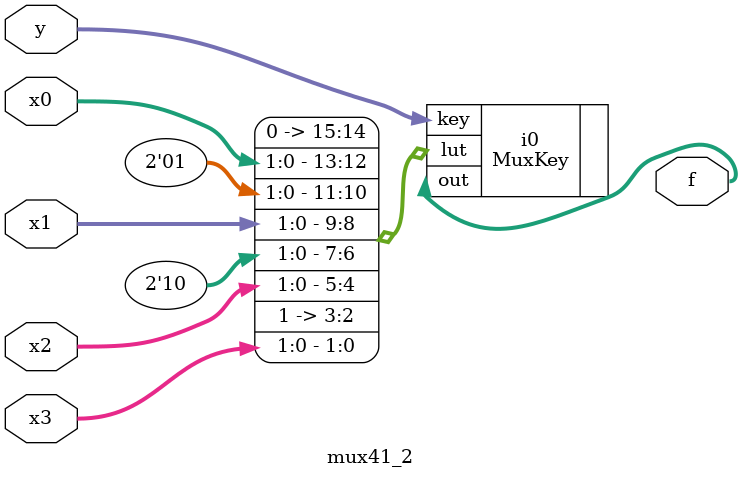
<source format=v>
module mux41_2(
	input  wire [1:0] x0,
	input  wire [1:0] x1,
	input  wire [1:0] x2,
	input  wire [1:0] x3,
	input  wire [1:0] y ,
	output wire	[1:0]	f
);

MuxKey #(.NR_KEY(4), .KEY_LEN(2), .DATA_LEN(2)) i0
(
	.key (y),
	.lut ({2'b00,x0,2'b01,x1,2'b10,x2,2'b11,x3}),
	.out (f)
);

endmodule

</source>
